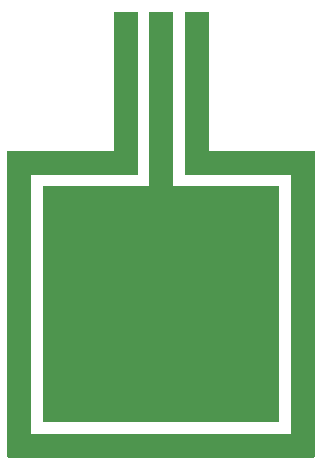
<source format=gtl>
%TF.GenerationSoftware,KiCad,Pcbnew,8.0.6*%
%TF.CreationDate,2025-08-26T16:20:21+02:00*%
%TF.ProjectId,GoldElectrode,476f6c64-456c-4656-9374-726f64652e6b,rev?*%
%TF.SameCoordinates,Original*%
%TF.FileFunction,Copper,L1,Top*%
%TF.FilePolarity,Positive*%
%FSLAX46Y46*%
G04 Gerber Fmt 4.6, Leading zero omitted, Abs format (unit mm)*
G04 Created by KiCad (PCBNEW 8.0.6) date 2025-08-26 16:20:21*
%MOMM*%
%LPD*%
G01*
G04 APERTURE LIST*
%TA.AperFunction,SMDPad,CuDef*%
%ADD10R,2.000000X5.000000*%
%TD*%
%TA.AperFunction,SMDPad,CuDef*%
%ADD11R,20.000000X20.000000*%
%TD*%
%TA.AperFunction,SMDPad,CuDef*%
%ADD12R,2.000000X26.000000*%
%TD*%
%TA.AperFunction,SMDPad,CuDef*%
%ADD13R,11.000000X2.000000*%
%TD*%
%TA.AperFunction,SMDPad,CuDef*%
%ADD14R,26.000000X2.000000*%
%TD*%
%TA.AperFunction,Conductor*%
%ADD15C,2.000000*%
%TD*%
G04 APERTURE END LIST*
D10*
%TO.P,J4,1,Pin_1*%
%TO.N,/Pad*%
X109000000Y-53675000D03*
%TO.P,J4,2,Pin_2*%
%TO.N,/Fringe Shield*%
X106000000Y-53675000D03*
X112000000Y-53675000D03*
%TD*%
D11*
%TO.P,J3,1,Pin_1*%
%TO.N,/Pad*%
X109000000Y-76000000D03*
D12*
%TO.P,J3,2,Pin_2*%
%TO.N,/Fringe Shield*%
X97000000Y-76000000D03*
D13*
X101500000Y-64000000D03*
D14*
X109000000Y-88000000D03*
D13*
X116500000Y-64000000D03*
D12*
X121000000Y-76000000D03*
%TD*%
D15*
%TO.N,/Pad*%
X109000000Y-53000000D02*
X109000000Y-76000000D01*
%TO.N,/Fringe Shield*%
X106000000Y-53000000D02*
X106000000Y-64000000D01*
X112000000Y-53000000D02*
X112000000Y-64000000D01*
%TD*%
M02*

</source>
